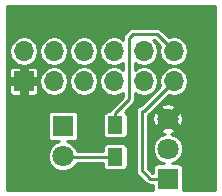
<source format=gtl>
G04 #@! TF.FileFunction,Copper,L1,Top,Signal*
%FSLAX46Y46*%
G04 Gerber Fmt 4.6, Leading zero omitted, Abs format (unit mm)*
G04 Created by KiCad (PCBNEW 4.0.6+dfsg1-1) date Wed May  9 09:06:51 2018*
%MOMM*%
%LPD*%
G01*
G04 APERTURE LIST*
%ADD10C,0.100000*%
%ADD11R,1.800000X1.800000*%
%ADD12C,1.800000*%
%ADD13R,1.700000X1.700000*%
%ADD14O,1.700000X1.700000*%
%ADD15R,1.300000X1.500000*%
%ADD16C,0.250000*%
%ADD17C,0.254000*%
G04 APERTURE END LIST*
D10*
D11*
X148717000Y-101473000D03*
D12*
X148717000Y-98933000D03*
X148717000Y-96393000D03*
D11*
X139827000Y-97028000D03*
D12*
X139827000Y-99568000D03*
D13*
X136525000Y-93218000D03*
D14*
X136525000Y-90678000D03*
X139065000Y-93218000D03*
X139065000Y-90678000D03*
X141605000Y-93218000D03*
X141605000Y-90678000D03*
X144145000Y-93218000D03*
X144145000Y-90678000D03*
X146685000Y-93218000D03*
X146685000Y-90678000D03*
X149225000Y-93218000D03*
X149225000Y-90678000D03*
D15*
X144272000Y-96901000D03*
X144272000Y-99601000D03*
D16*
X144272000Y-99601000D02*
X139860000Y-99601000D01*
X139860000Y-99601000D02*
X139827000Y-99568000D01*
X146494500Y-95758000D02*
X146685000Y-95758000D01*
X146685000Y-95758000D02*
X149225000Y-93218000D01*
X146494500Y-100774500D02*
X146494500Y-95758000D01*
X147193000Y-101473000D02*
X146494500Y-100774500D01*
X148717000Y-101473000D02*
X147193000Y-101473000D01*
X145732500Y-89217500D02*
X147764500Y-89217500D01*
X147764500Y-89217500D02*
X149225000Y-90678000D01*
X145415000Y-89535000D02*
X145732500Y-89217500D01*
X145415000Y-94758000D02*
X145415000Y-89535000D01*
X144272000Y-96901000D02*
X144272000Y-95901000D01*
X144272000Y-95901000D02*
X145415000Y-94758000D01*
D17*
G36*
X152706000Y-102414000D02*
X149997161Y-102414000D01*
X150005464Y-102373000D01*
X150005464Y-100573000D01*
X149978897Y-100431810D01*
X149895454Y-100302135D01*
X149768134Y-100215141D01*
X149617000Y-100184536D01*
X149042534Y-100184536D01*
X149441680Y-100019612D01*
X149802345Y-99659575D01*
X149997777Y-99188924D01*
X149998222Y-98679311D01*
X149803612Y-98208320D01*
X149443575Y-97847655D01*
X148972924Y-97652223D01*
X148955559Y-97652208D01*
X149168290Y-97618652D01*
X149264557Y-97578777D01*
X149374542Y-97409752D01*
X148717000Y-96752210D01*
X148059458Y-97409752D01*
X148169443Y-97578777D01*
X148472706Y-97651786D01*
X148463311Y-97651778D01*
X147992320Y-97846388D01*
X147631655Y-98206425D01*
X147436223Y-98677076D01*
X147435778Y-99186689D01*
X147630388Y-99657680D01*
X147990425Y-100018345D01*
X148390656Y-100184536D01*
X147817000Y-100184536D01*
X147675810Y-100211103D01*
X147546135Y-100294546D01*
X147459141Y-100421866D01*
X147428536Y-100573000D01*
X147428536Y-100967000D01*
X147402592Y-100967000D01*
X147000500Y-100564908D01*
X147000500Y-96340900D01*
X147411944Y-96340900D01*
X147491348Y-96844290D01*
X147531223Y-96940557D01*
X147700248Y-97050542D01*
X148357790Y-96393000D01*
X149076210Y-96393000D01*
X149733752Y-97050542D01*
X149902777Y-96940557D01*
X150022056Y-96445100D01*
X149942652Y-95941710D01*
X149902777Y-95845443D01*
X149733752Y-95735458D01*
X149076210Y-96393000D01*
X148357790Y-96393000D01*
X147700248Y-95735458D01*
X147531223Y-95845443D01*
X147411944Y-96340900D01*
X147000500Y-96340900D01*
X147000500Y-96144057D01*
X147042796Y-96115796D01*
X147782344Y-95376248D01*
X148059458Y-95376248D01*
X148717000Y-96033790D01*
X149374542Y-95376248D01*
X149264557Y-95207223D01*
X148769100Y-95087944D01*
X148265710Y-95167348D01*
X148169443Y-95207223D01*
X148059458Y-95376248D01*
X147782344Y-95376248D01*
X148774988Y-94383604D01*
X149225000Y-94473117D01*
X149696083Y-94379413D01*
X150095448Y-94112565D01*
X150362296Y-93713200D01*
X150456000Y-93242117D01*
X150456000Y-93193883D01*
X150362296Y-92722800D01*
X150095448Y-92323435D01*
X149696083Y-92056587D01*
X149225000Y-91962883D01*
X148753917Y-92056587D01*
X148354552Y-92323435D01*
X148087704Y-92722800D01*
X147994000Y-93193883D01*
X147994000Y-93242117D01*
X148075510Y-93651898D01*
X146470667Y-95256741D01*
X146300862Y-95290517D01*
X146136704Y-95400204D01*
X146027017Y-95564362D01*
X145988500Y-95758000D01*
X145988500Y-100774500D01*
X146027017Y-100968138D01*
X146136704Y-101132296D01*
X146835204Y-101830796D01*
X146999362Y-101940483D01*
X147193000Y-101979000D01*
X147428536Y-101979000D01*
X147428536Y-102373000D01*
X147436251Y-102414000D01*
X135076000Y-102414000D01*
X135076000Y-96128000D01*
X138538536Y-96128000D01*
X138538536Y-97928000D01*
X138565103Y-98069190D01*
X138648546Y-98198865D01*
X138775866Y-98285859D01*
X138927000Y-98316464D01*
X139501466Y-98316464D01*
X139102320Y-98481388D01*
X138741655Y-98841425D01*
X138546223Y-99312076D01*
X138545778Y-99821689D01*
X138740388Y-100292680D01*
X139100425Y-100653345D01*
X139571076Y-100848777D01*
X140080689Y-100849222D01*
X140551680Y-100654612D01*
X140912345Y-100294575D01*
X140990233Y-100107000D01*
X143233536Y-100107000D01*
X143233536Y-100351000D01*
X143260103Y-100492190D01*
X143343546Y-100621865D01*
X143470866Y-100708859D01*
X143622000Y-100739464D01*
X144922000Y-100739464D01*
X145063190Y-100712897D01*
X145192865Y-100629454D01*
X145279859Y-100502134D01*
X145310464Y-100351000D01*
X145310464Y-98851000D01*
X145283897Y-98709810D01*
X145200454Y-98580135D01*
X145073134Y-98493141D01*
X144922000Y-98462536D01*
X143622000Y-98462536D01*
X143480810Y-98489103D01*
X143351135Y-98572546D01*
X143264141Y-98699866D01*
X143233536Y-98851000D01*
X143233536Y-99095000D01*
X141017604Y-99095000D01*
X140913612Y-98843320D01*
X140553575Y-98482655D01*
X140153344Y-98316464D01*
X140727000Y-98316464D01*
X140868190Y-98289897D01*
X140997865Y-98206454D01*
X141084859Y-98079134D01*
X141115464Y-97928000D01*
X141115464Y-96128000D01*
X141088897Y-95986810D01*
X141005454Y-95857135D01*
X140878134Y-95770141D01*
X140727000Y-95739536D01*
X138927000Y-95739536D01*
X138785810Y-95766103D01*
X138656135Y-95849546D01*
X138569141Y-95976866D01*
X138538536Y-96128000D01*
X135076000Y-96128000D01*
X135076000Y-93567250D01*
X135294000Y-93567250D01*
X135294000Y-94143786D01*
X135352004Y-94283820D01*
X135459181Y-94390996D01*
X135599215Y-94449000D01*
X136175750Y-94449000D01*
X136271000Y-94353750D01*
X136271000Y-93472000D01*
X136779000Y-93472000D01*
X136779000Y-94353750D01*
X136874250Y-94449000D01*
X137450785Y-94449000D01*
X137590819Y-94390996D01*
X137697996Y-94283820D01*
X137756000Y-94143786D01*
X137756000Y-93567250D01*
X137660750Y-93472000D01*
X136779000Y-93472000D01*
X136271000Y-93472000D01*
X135389250Y-93472000D01*
X135294000Y-93567250D01*
X135076000Y-93567250D01*
X135076000Y-93193883D01*
X137834000Y-93193883D01*
X137834000Y-93242117D01*
X137927704Y-93713200D01*
X138194552Y-94112565D01*
X138593917Y-94379413D01*
X139065000Y-94473117D01*
X139536083Y-94379413D01*
X139935448Y-94112565D01*
X140202296Y-93713200D01*
X140296000Y-93242117D01*
X140296000Y-93193883D01*
X140374000Y-93193883D01*
X140374000Y-93242117D01*
X140467704Y-93713200D01*
X140734552Y-94112565D01*
X141133917Y-94379413D01*
X141605000Y-94473117D01*
X142076083Y-94379413D01*
X142475448Y-94112565D01*
X142742296Y-93713200D01*
X142836000Y-93242117D01*
X142836000Y-93193883D01*
X142742296Y-92722800D01*
X142475448Y-92323435D01*
X142076083Y-92056587D01*
X141605000Y-91962883D01*
X141133917Y-92056587D01*
X140734552Y-92323435D01*
X140467704Y-92722800D01*
X140374000Y-93193883D01*
X140296000Y-93193883D01*
X140202296Y-92722800D01*
X139935448Y-92323435D01*
X139536083Y-92056587D01*
X139065000Y-91962883D01*
X138593917Y-92056587D01*
X138194552Y-92323435D01*
X137927704Y-92722800D01*
X137834000Y-93193883D01*
X135076000Y-93193883D01*
X135076000Y-92292214D01*
X135294000Y-92292214D01*
X135294000Y-92868750D01*
X135389250Y-92964000D01*
X136271000Y-92964000D01*
X136271000Y-92082250D01*
X136779000Y-92082250D01*
X136779000Y-92964000D01*
X137660750Y-92964000D01*
X137756000Y-92868750D01*
X137756000Y-92292214D01*
X137697996Y-92152180D01*
X137590819Y-92045004D01*
X137450785Y-91987000D01*
X136874250Y-91987000D01*
X136779000Y-92082250D01*
X136271000Y-92082250D01*
X136175750Y-91987000D01*
X135599215Y-91987000D01*
X135459181Y-92045004D01*
X135352004Y-92152180D01*
X135294000Y-92292214D01*
X135076000Y-92292214D01*
X135076000Y-90653883D01*
X135294000Y-90653883D01*
X135294000Y-90702117D01*
X135387704Y-91173200D01*
X135654552Y-91572565D01*
X136053917Y-91839413D01*
X136525000Y-91933117D01*
X136996083Y-91839413D01*
X137395448Y-91572565D01*
X137662296Y-91173200D01*
X137756000Y-90702117D01*
X137756000Y-90653883D01*
X137834000Y-90653883D01*
X137834000Y-90702117D01*
X137927704Y-91173200D01*
X138194552Y-91572565D01*
X138593917Y-91839413D01*
X139065000Y-91933117D01*
X139536083Y-91839413D01*
X139935448Y-91572565D01*
X140202296Y-91173200D01*
X140296000Y-90702117D01*
X140296000Y-90653883D01*
X140374000Y-90653883D01*
X140374000Y-90702117D01*
X140467704Y-91173200D01*
X140734552Y-91572565D01*
X141133917Y-91839413D01*
X141605000Y-91933117D01*
X142076083Y-91839413D01*
X142475448Y-91572565D01*
X142742296Y-91173200D01*
X142836000Y-90702117D01*
X142836000Y-90653883D01*
X142914000Y-90653883D01*
X142914000Y-90702117D01*
X143007704Y-91173200D01*
X143274552Y-91572565D01*
X143673917Y-91839413D01*
X144145000Y-91933117D01*
X144616083Y-91839413D01*
X144909000Y-91643692D01*
X144909000Y-92252308D01*
X144616083Y-92056587D01*
X144145000Y-91962883D01*
X143673917Y-92056587D01*
X143274552Y-92323435D01*
X143007704Y-92722800D01*
X142914000Y-93193883D01*
X142914000Y-93242117D01*
X143007704Y-93713200D01*
X143274552Y-94112565D01*
X143673917Y-94379413D01*
X144145000Y-94473117D01*
X144616083Y-94379413D01*
X144909000Y-94183692D01*
X144909000Y-94548408D01*
X143914204Y-95543204D01*
X143804517Y-95707362D01*
X143793542Y-95762536D01*
X143622000Y-95762536D01*
X143480810Y-95789103D01*
X143351135Y-95872546D01*
X143264141Y-95999866D01*
X143233536Y-96151000D01*
X143233536Y-97651000D01*
X143260103Y-97792190D01*
X143343546Y-97921865D01*
X143470866Y-98008859D01*
X143622000Y-98039464D01*
X144922000Y-98039464D01*
X145063190Y-98012897D01*
X145192865Y-97929454D01*
X145279859Y-97802134D01*
X145310464Y-97651000D01*
X145310464Y-96151000D01*
X145283897Y-96009810D01*
X145200454Y-95880135D01*
X145086392Y-95802200D01*
X145772796Y-95115796D01*
X145882483Y-94951638D01*
X145921000Y-94758000D01*
X145921000Y-94183692D01*
X146213917Y-94379413D01*
X146685000Y-94473117D01*
X147156083Y-94379413D01*
X147555448Y-94112565D01*
X147822296Y-93713200D01*
X147916000Y-93242117D01*
X147916000Y-93193883D01*
X147822296Y-92722800D01*
X147555448Y-92323435D01*
X147156083Y-92056587D01*
X146685000Y-91962883D01*
X146213917Y-92056587D01*
X145921000Y-92252308D01*
X145921000Y-91643692D01*
X146213917Y-91839413D01*
X146685000Y-91933117D01*
X147156083Y-91839413D01*
X147555448Y-91572565D01*
X147822296Y-91173200D01*
X147916000Y-90702117D01*
X147916000Y-90653883D01*
X147822296Y-90182800D01*
X147555448Y-89783435D01*
X147465749Y-89723500D01*
X147554908Y-89723500D01*
X148075510Y-90244102D01*
X147994000Y-90653883D01*
X147994000Y-90702117D01*
X148087704Y-91173200D01*
X148354552Y-91572565D01*
X148753917Y-91839413D01*
X149225000Y-91933117D01*
X149696083Y-91839413D01*
X150095448Y-91572565D01*
X150362296Y-91173200D01*
X150456000Y-90702117D01*
X150456000Y-90653883D01*
X150362296Y-90182800D01*
X150095448Y-89783435D01*
X149696083Y-89516587D01*
X149225000Y-89422883D01*
X148774988Y-89512396D01*
X148122296Y-88859704D01*
X147958138Y-88750017D01*
X147764500Y-88711500D01*
X145732500Y-88711500D01*
X145538862Y-88750017D01*
X145374704Y-88859704D01*
X145057204Y-89177204D01*
X144947517Y-89341362D01*
X144909000Y-89535000D01*
X144909000Y-89712308D01*
X144616083Y-89516587D01*
X144145000Y-89422883D01*
X143673917Y-89516587D01*
X143274552Y-89783435D01*
X143007704Y-90182800D01*
X142914000Y-90653883D01*
X142836000Y-90653883D01*
X142742296Y-90182800D01*
X142475448Y-89783435D01*
X142076083Y-89516587D01*
X141605000Y-89422883D01*
X141133917Y-89516587D01*
X140734552Y-89783435D01*
X140467704Y-90182800D01*
X140374000Y-90653883D01*
X140296000Y-90653883D01*
X140202296Y-90182800D01*
X139935448Y-89783435D01*
X139536083Y-89516587D01*
X139065000Y-89422883D01*
X138593917Y-89516587D01*
X138194552Y-89783435D01*
X137927704Y-90182800D01*
X137834000Y-90653883D01*
X137756000Y-90653883D01*
X137662296Y-90182800D01*
X137395448Y-89783435D01*
X136996083Y-89516587D01*
X136525000Y-89422883D01*
X136053917Y-89516587D01*
X135654552Y-89783435D01*
X135387704Y-90182800D01*
X135294000Y-90653883D01*
X135076000Y-90653883D01*
X135076000Y-86816000D01*
X152706000Y-86816000D01*
X152706000Y-102414000D01*
X152706000Y-102414000D01*
G37*
X152706000Y-102414000D02*
X149997161Y-102414000D01*
X150005464Y-102373000D01*
X150005464Y-100573000D01*
X149978897Y-100431810D01*
X149895454Y-100302135D01*
X149768134Y-100215141D01*
X149617000Y-100184536D01*
X149042534Y-100184536D01*
X149441680Y-100019612D01*
X149802345Y-99659575D01*
X149997777Y-99188924D01*
X149998222Y-98679311D01*
X149803612Y-98208320D01*
X149443575Y-97847655D01*
X148972924Y-97652223D01*
X148955559Y-97652208D01*
X149168290Y-97618652D01*
X149264557Y-97578777D01*
X149374542Y-97409752D01*
X148717000Y-96752210D01*
X148059458Y-97409752D01*
X148169443Y-97578777D01*
X148472706Y-97651786D01*
X148463311Y-97651778D01*
X147992320Y-97846388D01*
X147631655Y-98206425D01*
X147436223Y-98677076D01*
X147435778Y-99186689D01*
X147630388Y-99657680D01*
X147990425Y-100018345D01*
X148390656Y-100184536D01*
X147817000Y-100184536D01*
X147675810Y-100211103D01*
X147546135Y-100294546D01*
X147459141Y-100421866D01*
X147428536Y-100573000D01*
X147428536Y-100967000D01*
X147402592Y-100967000D01*
X147000500Y-100564908D01*
X147000500Y-96340900D01*
X147411944Y-96340900D01*
X147491348Y-96844290D01*
X147531223Y-96940557D01*
X147700248Y-97050542D01*
X148357790Y-96393000D01*
X149076210Y-96393000D01*
X149733752Y-97050542D01*
X149902777Y-96940557D01*
X150022056Y-96445100D01*
X149942652Y-95941710D01*
X149902777Y-95845443D01*
X149733752Y-95735458D01*
X149076210Y-96393000D01*
X148357790Y-96393000D01*
X147700248Y-95735458D01*
X147531223Y-95845443D01*
X147411944Y-96340900D01*
X147000500Y-96340900D01*
X147000500Y-96144057D01*
X147042796Y-96115796D01*
X147782344Y-95376248D01*
X148059458Y-95376248D01*
X148717000Y-96033790D01*
X149374542Y-95376248D01*
X149264557Y-95207223D01*
X148769100Y-95087944D01*
X148265710Y-95167348D01*
X148169443Y-95207223D01*
X148059458Y-95376248D01*
X147782344Y-95376248D01*
X148774988Y-94383604D01*
X149225000Y-94473117D01*
X149696083Y-94379413D01*
X150095448Y-94112565D01*
X150362296Y-93713200D01*
X150456000Y-93242117D01*
X150456000Y-93193883D01*
X150362296Y-92722800D01*
X150095448Y-92323435D01*
X149696083Y-92056587D01*
X149225000Y-91962883D01*
X148753917Y-92056587D01*
X148354552Y-92323435D01*
X148087704Y-92722800D01*
X147994000Y-93193883D01*
X147994000Y-93242117D01*
X148075510Y-93651898D01*
X146470667Y-95256741D01*
X146300862Y-95290517D01*
X146136704Y-95400204D01*
X146027017Y-95564362D01*
X145988500Y-95758000D01*
X145988500Y-100774500D01*
X146027017Y-100968138D01*
X146136704Y-101132296D01*
X146835204Y-101830796D01*
X146999362Y-101940483D01*
X147193000Y-101979000D01*
X147428536Y-101979000D01*
X147428536Y-102373000D01*
X147436251Y-102414000D01*
X135076000Y-102414000D01*
X135076000Y-96128000D01*
X138538536Y-96128000D01*
X138538536Y-97928000D01*
X138565103Y-98069190D01*
X138648546Y-98198865D01*
X138775866Y-98285859D01*
X138927000Y-98316464D01*
X139501466Y-98316464D01*
X139102320Y-98481388D01*
X138741655Y-98841425D01*
X138546223Y-99312076D01*
X138545778Y-99821689D01*
X138740388Y-100292680D01*
X139100425Y-100653345D01*
X139571076Y-100848777D01*
X140080689Y-100849222D01*
X140551680Y-100654612D01*
X140912345Y-100294575D01*
X140990233Y-100107000D01*
X143233536Y-100107000D01*
X143233536Y-100351000D01*
X143260103Y-100492190D01*
X143343546Y-100621865D01*
X143470866Y-100708859D01*
X143622000Y-100739464D01*
X144922000Y-100739464D01*
X145063190Y-100712897D01*
X145192865Y-100629454D01*
X145279859Y-100502134D01*
X145310464Y-100351000D01*
X145310464Y-98851000D01*
X145283897Y-98709810D01*
X145200454Y-98580135D01*
X145073134Y-98493141D01*
X144922000Y-98462536D01*
X143622000Y-98462536D01*
X143480810Y-98489103D01*
X143351135Y-98572546D01*
X143264141Y-98699866D01*
X143233536Y-98851000D01*
X143233536Y-99095000D01*
X141017604Y-99095000D01*
X140913612Y-98843320D01*
X140553575Y-98482655D01*
X140153344Y-98316464D01*
X140727000Y-98316464D01*
X140868190Y-98289897D01*
X140997865Y-98206454D01*
X141084859Y-98079134D01*
X141115464Y-97928000D01*
X141115464Y-96128000D01*
X141088897Y-95986810D01*
X141005454Y-95857135D01*
X140878134Y-95770141D01*
X140727000Y-95739536D01*
X138927000Y-95739536D01*
X138785810Y-95766103D01*
X138656135Y-95849546D01*
X138569141Y-95976866D01*
X138538536Y-96128000D01*
X135076000Y-96128000D01*
X135076000Y-93567250D01*
X135294000Y-93567250D01*
X135294000Y-94143786D01*
X135352004Y-94283820D01*
X135459181Y-94390996D01*
X135599215Y-94449000D01*
X136175750Y-94449000D01*
X136271000Y-94353750D01*
X136271000Y-93472000D01*
X136779000Y-93472000D01*
X136779000Y-94353750D01*
X136874250Y-94449000D01*
X137450785Y-94449000D01*
X137590819Y-94390996D01*
X137697996Y-94283820D01*
X137756000Y-94143786D01*
X137756000Y-93567250D01*
X137660750Y-93472000D01*
X136779000Y-93472000D01*
X136271000Y-93472000D01*
X135389250Y-93472000D01*
X135294000Y-93567250D01*
X135076000Y-93567250D01*
X135076000Y-93193883D01*
X137834000Y-93193883D01*
X137834000Y-93242117D01*
X137927704Y-93713200D01*
X138194552Y-94112565D01*
X138593917Y-94379413D01*
X139065000Y-94473117D01*
X139536083Y-94379413D01*
X139935448Y-94112565D01*
X140202296Y-93713200D01*
X140296000Y-93242117D01*
X140296000Y-93193883D01*
X140374000Y-93193883D01*
X140374000Y-93242117D01*
X140467704Y-93713200D01*
X140734552Y-94112565D01*
X141133917Y-94379413D01*
X141605000Y-94473117D01*
X142076083Y-94379413D01*
X142475448Y-94112565D01*
X142742296Y-93713200D01*
X142836000Y-93242117D01*
X142836000Y-93193883D01*
X142742296Y-92722800D01*
X142475448Y-92323435D01*
X142076083Y-92056587D01*
X141605000Y-91962883D01*
X141133917Y-92056587D01*
X140734552Y-92323435D01*
X140467704Y-92722800D01*
X140374000Y-93193883D01*
X140296000Y-93193883D01*
X140202296Y-92722800D01*
X139935448Y-92323435D01*
X139536083Y-92056587D01*
X139065000Y-91962883D01*
X138593917Y-92056587D01*
X138194552Y-92323435D01*
X137927704Y-92722800D01*
X137834000Y-93193883D01*
X135076000Y-93193883D01*
X135076000Y-92292214D01*
X135294000Y-92292214D01*
X135294000Y-92868750D01*
X135389250Y-92964000D01*
X136271000Y-92964000D01*
X136271000Y-92082250D01*
X136779000Y-92082250D01*
X136779000Y-92964000D01*
X137660750Y-92964000D01*
X137756000Y-92868750D01*
X137756000Y-92292214D01*
X137697996Y-92152180D01*
X137590819Y-92045004D01*
X137450785Y-91987000D01*
X136874250Y-91987000D01*
X136779000Y-92082250D01*
X136271000Y-92082250D01*
X136175750Y-91987000D01*
X135599215Y-91987000D01*
X135459181Y-92045004D01*
X135352004Y-92152180D01*
X135294000Y-92292214D01*
X135076000Y-92292214D01*
X135076000Y-90653883D01*
X135294000Y-90653883D01*
X135294000Y-90702117D01*
X135387704Y-91173200D01*
X135654552Y-91572565D01*
X136053917Y-91839413D01*
X136525000Y-91933117D01*
X136996083Y-91839413D01*
X137395448Y-91572565D01*
X137662296Y-91173200D01*
X137756000Y-90702117D01*
X137756000Y-90653883D01*
X137834000Y-90653883D01*
X137834000Y-90702117D01*
X137927704Y-91173200D01*
X138194552Y-91572565D01*
X138593917Y-91839413D01*
X139065000Y-91933117D01*
X139536083Y-91839413D01*
X139935448Y-91572565D01*
X140202296Y-91173200D01*
X140296000Y-90702117D01*
X140296000Y-90653883D01*
X140374000Y-90653883D01*
X140374000Y-90702117D01*
X140467704Y-91173200D01*
X140734552Y-91572565D01*
X141133917Y-91839413D01*
X141605000Y-91933117D01*
X142076083Y-91839413D01*
X142475448Y-91572565D01*
X142742296Y-91173200D01*
X142836000Y-90702117D01*
X142836000Y-90653883D01*
X142914000Y-90653883D01*
X142914000Y-90702117D01*
X143007704Y-91173200D01*
X143274552Y-91572565D01*
X143673917Y-91839413D01*
X144145000Y-91933117D01*
X144616083Y-91839413D01*
X144909000Y-91643692D01*
X144909000Y-92252308D01*
X144616083Y-92056587D01*
X144145000Y-91962883D01*
X143673917Y-92056587D01*
X143274552Y-92323435D01*
X143007704Y-92722800D01*
X142914000Y-93193883D01*
X142914000Y-93242117D01*
X143007704Y-93713200D01*
X143274552Y-94112565D01*
X143673917Y-94379413D01*
X144145000Y-94473117D01*
X144616083Y-94379413D01*
X144909000Y-94183692D01*
X144909000Y-94548408D01*
X143914204Y-95543204D01*
X143804517Y-95707362D01*
X143793542Y-95762536D01*
X143622000Y-95762536D01*
X143480810Y-95789103D01*
X143351135Y-95872546D01*
X143264141Y-95999866D01*
X143233536Y-96151000D01*
X143233536Y-97651000D01*
X143260103Y-97792190D01*
X143343546Y-97921865D01*
X143470866Y-98008859D01*
X143622000Y-98039464D01*
X144922000Y-98039464D01*
X145063190Y-98012897D01*
X145192865Y-97929454D01*
X145279859Y-97802134D01*
X145310464Y-97651000D01*
X145310464Y-96151000D01*
X145283897Y-96009810D01*
X145200454Y-95880135D01*
X145086392Y-95802200D01*
X145772796Y-95115796D01*
X145882483Y-94951638D01*
X145921000Y-94758000D01*
X145921000Y-94183692D01*
X146213917Y-94379413D01*
X146685000Y-94473117D01*
X147156083Y-94379413D01*
X147555448Y-94112565D01*
X147822296Y-93713200D01*
X147916000Y-93242117D01*
X147916000Y-93193883D01*
X147822296Y-92722800D01*
X147555448Y-92323435D01*
X147156083Y-92056587D01*
X146685000Y-91962883D01*
X146213917Y-92056587D01*
X145921000Y-92252308D01*
X145921000Y-91643692D01*
X146213917Y-91839413D01*
X146685000Y-91933117D01*
X147156083Y-91839413D01*
X147555448Y-91572565D01*
X147822296Y-91173200D01*
X147916000Y-90702117D01*
X147916000Y-90653883D01*
X147822296Y-90182800D01*
X147555448Y-89783435D01*
X147465749Y-89723500D01*
X147554908Y-89723500D01*
X148075510Y-90244102D01*
X147994000Y-90653883D01*
X147994000Y-90702117D01*
X148087704Y-91173200D01*
X148354552Y-91572565D01*
X148753917Y-91839413D01*
X149225000Y-91933117D01*
X149696083Y-91839413D01*
X150095448Y-91572565D01*
X150362296Y-91173200D01*
X150456000Y-90702117D01*
X150456000Y-90653883D01*
X150362296Y-90182800D01*
X150095448Y-89783435D01*
X149696083Y-89516587D01*
X149225000Y-89422883D01*
X148774988Y-89512396D01*
X148122296Y-88859704D01*
X147958138Y-88750017D01*
X147764500Y-88711500D01*
X145732500Y-88711500D01*
X145538862Y-88750017D01*
X145374704Y-88859704D01*
X145057204Y-89177204D01*
X144947517Y-89341362D01*
X144909000Y-89535000D01*
X144909000Y-89712308D01*
X144616083Y-89516587D01*
X144145000Y-89422883D01*
X143673917Y-89516587D01*
X143274552Y-89783435D01*
X143007704Y-90182800D01*
X142914000Y-90653883D01*
X142836000Y-90653883D01*
X142742296Y-90182800D01*
X142475448Y-89783435D01*
X142076083Y-89516587D01*
X141605000Y-89422883D01*
X141133917Y-89516587D01*
X140734552Y-89783435D01*
X140467704Y-90182800D01*
X140374000Y-90653883D01*
X140296000Y-90653883D01*
X140202296Y-90182800D01*
X139935448Y-89783435D01*
X139536083Y-89516587D01*
X139065000Y-89422883D01*
X138593917Y-89516587D01*
X138194552Y-89783435D01*
X137927704Y-90182800D01*
X137834000Y-90653883D01*
X137756000Y-90653883D01*
X137662296Y-90182800D01*
X137395448Y-89783435D01*
X136996083Y-89516587D01*
X136525000Y-89422883D01*
X136053917Y-89516587D01*
X135654552Y-89783435D01*
X135387704Y-90182800D01*
X135294000Y-90653883D01*
X135076000Y-90653883D01*
X135076000Y-86816000D01*
X152706000Y-86816000D01*
X152706000Y-102414000D01*
M02*

</source>
